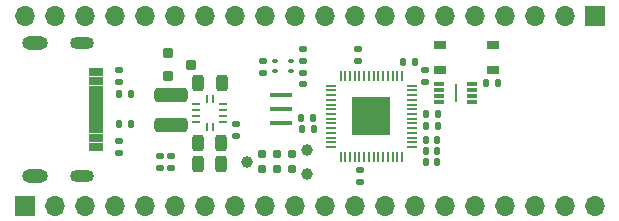
<source format=gbr>
%TF.GenerationSoftware,KiCad,Pcbnew,8.0.0-rc2-179-gceb8beb8c4*%
%TF.CreationDate,2024-02-16T13:12:57+01:00*%
%TF.ProjectId,CAT_MEP,4341545f-4d45-4502-9e6b-696361645f70,rev?*%
%TF.SameCoordinates,Original*%
%TF.FileFunction,Soldermask,Top*%
%TF.FilePolarity,Negative*%
%FSLAX46Y46*%
G04 Gerber Fmt 4.6, Leading zero omitted, Abs format (unit mm)*
G04 Created by KiCad (PCBNEW 8.0.0-rc2-179-gceb8beb8c4) date 2024-02-16 13:12:57*
%MOMM*%
%LPD*%
G01*
G04 APERTURE LIST*
G04 Aperture macros list*
%AMRoundRect*
0 Rectangle with rounded corners*
0 $1 Rounding radius*
0 $2 $3 $4 $5 $6 $7 $8 $9 X,Y pos of 4 corners*
0 Add a 4 corners polygon primitive as box body*
4,1,4,$2,$3,$4,$5,$6,$7,$8,$9,$2,$3,0*
0 Add four circle primitives for the rounded corners*
1,1,$1+$1,$2,$3*
1,1,$1+$1,$4,$5*
1,1,$1+$1,$6,$7*
1,1,$1+$1,$8,$9*
0 Add four rect primitives between the rounded corners*
20,1,$1+$1,$2,$3,$4,$5,0*
20,1,$1+$1,$4,$5,$6,$7,0*
20,1,$1+$1,$6,$7,$8,$9,0*
20,1,$1+$1,$8,$9,$2,$3,0*%
G04 Aperture macros list end*
%ADD10RoundRect,0.076200X-0.550000X0.300000X-0.550000X-0.300000X0.550000X-0.300000X0.550000X0.300000X0*%
%ADD11RoundRect,0.076200X-0.550000X0.150000X-0.550000X-0.150000X0.550000X-0.150000X0.550000X0.150000X0*%
%ADD12O,2.000000X1.050000*%
%ADD13O,2.200000X1.150000*%
%ADD14C,1.000000*%
%ADD15C,0.787400*%
%ADD16RoundRect,0.125000X0.175000X-0.125000X0.175000X0.125000X-0.175000X0.125000X-0.175000X-0.125000X0*%
%ADD17RoundRect,0.125000X0.125000X0.175000X-0.125000X0.175000X-0.125000X-0.175000X0.125000X-0.175000X0*%
%ADD18RoundRect,0.075000X0.175000X0.075000X-0.175000X0.075000X-0.175000X-0.075000X0.175000X-0.075000X0*%
%ADD19RoundRect,0.125000X-0.175000X0.125000X-0.175000X-0.125000X0.175000X-0.125000X0.175000X0.125000X0*%
%ADD20R,1.700000X1.700000*%
%ADD21O,1.700000X1.700000*%
%ADD22RoundRect,0.125000X-0.125000X-0.175000X0.125000X-0.175000X0.125000X0.175000X-0.125000X0.175000X0*%
%ADD23RoundRect,0.250000X-0.250000X-0.450000X0.250000X-0.450000X0.250000X0.450000X-0.250000X0.450000X0*%
%ADD24R,1.900000X0.400000*%
%ADD25RoundRect,0.300000X-1.100000X0.300000X-1.100000X-0.300000X1.100000X-0.300000X1.100000X0.300000X0*%
%ADD26RoundRect,0.200000X-0.250000X-0.200000X0.250000X-0.200000X0.250000X0.200000X-0.250000X0.200000X0*%
%ADD27RoundRect,0.062500X-0.237500X-0.062500X0.237500X-0.062500X0.237500X0.062500X-0.237500X0.062500X0*%
%ADD28RoundRect,0.062500X-0.062500X-0.237500X0.062500X-0.237500X0.062500X0.237500X-0.062500X0.237500X0*%
%ADD29R,0.900000X0.300000*%
%ADD30R,0.250000X1.650000*%
%ADD31RoundRect,0.050000X-0.050000X0.387500X-0.050000X-0.387500X0.050000X-0.387500X0.050000X0.387500X0*%
%ADD32RoundRect,0.050000X-0.387500X0.050000X-0.387500X-0.050000X0.387500X-0.050000X0.387500X0.050000X0*%
%ADD33R,3.200000X3.200000*%
%ADD34R,1.000000X0.700000*%
G04 APERTURE END LIST*
D10*
%TO.C,J1*%
X107000000Y-48600000D03*
X107000000Y-55000000D03*
X107000000Y-49400000D03*
X107000000Y-54200000D03*
D11*
X107000000Y-50550000D03*
X107000000Y-51550000D03*
X107000000Y-52050000D03*
X107000000Y-53050000D03*
X107000000Y-53550000D03*
X107000000Y-52550000D03*
X107000000Y-51050000D03*
X107000000Y-50050000D03*
D12*
X105850000Y-46180000D03*
D13*
X101850000Y-46180000D03*
D12*
X105850000Y-57420000D03*
D13*
X101850000Y-57420000D03*
%TD*%
D14*
%TO.C,J4*%
X119851000Y-56209000D03*
X124931000Y-55193000D03*
X124931000Y-57225000D03*
D15*
X121121000Y-56844000D03*
X121121000Y-55574000D03*
X122391000Y-56844000D03*
X122391000Y-55574000D03*
X123661000Y-56844000D03*
X123661000Y-55574000D03*
%TD*%
D16*
%TO.C,R4*%
X109000000Y-49500000D03*
X109000000Y-48500000D03*
%TD*%
D17*
%TO.C,C14*%
X125475000Y-53425000D03*
X124475000Y-53425000D03*
%TD*%
%TO.C,C9*%
X125410000Y-52520000D03*
X124410000Y-52520000D03*
%TD*%
D16*
%TO.C,R8*%
X124525000Y-49675000D03*
X124525000Y-48675000D03*
%TD*%
D18*
%TO.C,U4*%
X123575000Y-48525000D03*
X123575000Y-47725000D03*
X122175000Y-47725000D03*
X122175000Y-48525000D03*
%TD*%
D19*
%TO.C,C17*%
X121175000Y-47725000D03*
X121175000Y-48725000D03*
%TD*%
D20*
%TO.C,J2*%
X149260000Y-43850000D03*
D21*
X146720000Y-43850000D03*
X144180000Y-43850000D03*
X141640000Y-43850000D03*
X139100000Y-43850000D03*
X136560000Y-43850000D03*
X134020000Y-43850000D03*
X131480000Y-43850000D03*
X128940000Y-43850000D03*
X126400000Y-43850000D03*
X123860000Y-43850000D03*
X121320000Y-43850000D03*
X118780000Y-43850000D03*
X116240000Y-43850000D03*
X113700000Y-43850000D03*
X111160000Y-43850000D03*
X108620000Y-43850000D03*
X106080000Y-43850000D03*
X103540000Y-43850000D03*
X101000000Y-43850000D03*
%TD*%
D22*
%TO.C,C12*%
X134930000Y-54350000D03*
X135930000Y-54350000D03*
%TD*%
D23*
%TO.C,C1*%
X115700000Y-49550000D03*
X117700000Y-49550000D03*
%TD*%
D22*
%TO.C,R1*%
X109000000Y-50500000D03*
X110000000Y-50500000D03*
%TD*%
D24*
%TO.C,Y1*%
X122650000Y-50570000D03*
X122650000Y-51770000D03*
X122650000Y-52970000D03*
%TD*%
D22*
%TO.C,C8*%
X134930000Y-55300000D03*
X135930000Y-55300000D03*
%TD*%
D25*
%TO.C,L1*%
X113350000Y-50600000D03*
X113350000Y-53100000D03*
%TD*%
D23*
%TO.C,C2*%
X115650000Y-54600000D03*
X117650000Y-54600000D03*
%TD*%
D20*
%TO.C,J3*%
X101000000Y-59950000D03*
D21*
X103540000Y-59950000D03*
X106080000Y-59950000D03*
X108620000Y-59950000D03*
X111160000Y-59950000D03*
X113700000Y-59950000D03*
X116240000Y-59950000D03*
X118780000Y-59950000D03*
X121320000Y-59950000D03*
X123860000Y-59950000D03*
X126400000Y-59950000D03*
X128940000Y-59950000D03*
X131480000Y-59950000D03*
X134020000Y-59950000D03*
X136560000Y-59950000D03*
X139100000Y-59950000D03*
X141640000Y-59950000D03*
X144180000Y-59950000D03*
X146720000Y-59950000D03*
X149260000Y-59950000D03*
%TD*%
D19*
%TO.C,C7*%
X129351965Y-56962442D03*
X129351965Y-57962442D03*
%TD*%
%TO.C,R5*%
X113400000Y-55720000D03*
X113400000Y-56720000D03*
%TD*%
D26*
%TO.C,D1*%
X113100000Y-47050000D03*
X113100000Y-48950000D03*
X115100000Y-48000000D03*
%TD*%
D27*
%TO.C,U1*%
X115500000Y-51350000D03*
X115500000Y-51850000D03*
X115500000Y-52350000D03*
X115500000Y-52850000D03*
D28*
X116400000Y-53250000D03*
X116900000Y-53250000D03*
D27*
X117800000Y-52850000D03*
X117800000Y-52350000D03*
X117800000Y-51850000D03*
X117800000Y-51350000D03*
D28*
X116900000Y-50950000D03*
X116400000Y-50950000D03*
%TD*%
D16*
%TO.C,R6*%
X134925000Y-49475000D03*
X134925000Y-48475000D03*
%TD*%
D29*
%TO.C,U3*%
X136075000Y-49675000D03*
X136075000Y-50175000D03*
X136075000Y-50675000D03*
X136075000Y-51175000D03*
X138875000Y-51175000D03*
X138875000Y-50675000D03*
X138875000Y-50175000D03*
X138875000Y-49675000D03*
D30*
X137475000Y-50425000D03*
%TD*%
D19*
%TO.C,R3*%
X109000000Y-54500000D03*
X109000000Y-55500000D03*
%TD*%
%TO.C,R7*%
X124525000Y-46725000D03*
X124525000Y-47725000D03*
%TD*%
D22*
%TO.C,C11*%
X134930000Y-56250000D03*
X135930000Y-56250000D03*
%TD*%
%TO.C,R2*%
X109000000Y-53000000D03*
X110000000Y-53000000D03*
%TD*%
D19*
%TO.C,C4*%
X118850000Y-53050000D03*
X118850000Y-54050000D03*
%TD*%
D31*
%TO.C,U2*%
X132937500Y-48950000D03*
X132537500Y-48950000D03*
X132137500Y-48950000D03*
X131737500Y-48950000D03*
X131337500Y-48950000D03*
X130937500Y-48950000D03*
X130537500Y-48950000D03*
X130137500Y-48950000D03*
X129737500Y-48950000D03*
X129337500Y-48950000D03*
X128937500Y-48950000D03*
X128537500Y-48950000D03*
X128137500Y-48950000D03*
X127737500Y-48950000D03*
D32*
X126900000Y-49787500D03*
X126900000Y-50187500D03*
X126900000Y-50587500D03*
X126900000Y-50987500D03*
X126900000Y-51387500D03*
X126900000Y-51787500D03*
X126900000Y-52187500D03*
X126900000Y-52587500D03*
X126900000Y-52987500D03*
X126900000Y-53387500D03*
X126900000Y-53787500D03*
X126900000Y-54187500D03*
X126900000Y-54587500D03*
X126900000Y-54987500D03*
D31*
X127737500Y-55825000D03*
X128137500Y-55825000D03*
X128537500Y-55825000D03*
X128937500Y-55825000D03*
X129337500Y-55825000D03*
X129737500Y-55825000D03*
X130137500Y-55825000D03*
X130537500Y-55825000D03*
X130937500Y-55825000D03*
X131337500Y-55825000D03*
X131737500Y-55825000D03*
X132137500Y-55825000D03*
X132537500Y-55825000D03*
X132937500Y-55825000D03*
D32*
X133775000Y-54987500D03*
X133775000Y-54587500D03*
X133775000Y-54187500D03*
X133775000Y-53787500D03*
X133775000Y-53387500D03*
X133775000Y-52987500D03*
X133775000Y-52587500D03*
X133775000Y-52187500D03*
X133775000Y-51787500D03*
X133775000Y-51387500D03*
X133775000Y-50987500D03*
X133775000Y-50587500D03*
X133775000Y-50187500D03*
X133775000Y-49787500D03*
D33*
X130337500Y-52387500D03*
%TD*%
D23*
%TO.C,C3*%
X115650000Y-56400000D03*
X117650000Y-56400000D03*
%TD*%
D22*
%TO.C,C10*%
X134975000Y-53175000D03*
X135975000Y-53175000D03*
%TD*%
D34*
%TO.C,SW1*%
X136125000Y-46325000D03*
X140625000Y-46325000D03*
X136125000Y-48475000D03*
X140625000Y-48475000D03*
%TD*%
D22*
%TO.C,C16*%
X140075000Y-49525000D03*
X141075000Y-49525000D03*
%TD*%
%TO.C,C13*%
X134975000Y-52225000D03*
X135975000Y-52225000D03*
%TD*%
D16*
%TO.C,C5*%
X129250000Y-47700000D03*
X129250000Y-46700000D03*
%TD*%
D22*
%TO.C,C6*%
X133025000Y-47775000D03*
X134025000Y-47775000D03*
%TD*%
D16*
%TO.C,C15*%
X112450000Y-56720000D03*
X112450000Y-55720000D03*
%TD*%
M02*

</source>
